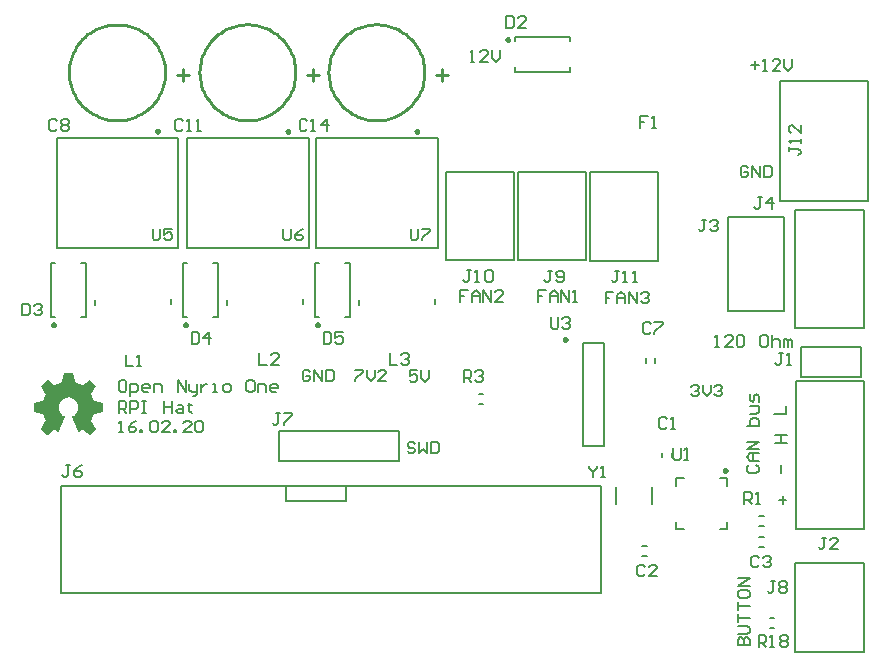
<source format=gto>
%FSTAX23Y23*%
%MOIN*%
%SFA1B1*%

%IPPOS*%
%ADD12C,0.007870*%
%ADD50C,0.010000*%
%ADD51C,0.009840*%
%ADD52C,0.005910*%
%LNrpiadapterpcb-1*%
%LPD*%
G36*
X0032Y01029D02*
X00321Y01028D01*
X00321Y01028*
X00326Y01*
X00326Y00999*
X00327Y00999*
X0035Y00989*
X00351Y00989*
X00352Y00989*
X00352Y00989*
X00375Y01005*
X00376Y01005*
X00377Y01005*
X00377Y01005*
X00397Y00985*
X00398Y00984*
X00397Y00983*
X00397Y00983*
X00381Y00959*
X00381Y00959*
X00381Y00958*
X00391Y00935*
X00391Y00934*
X00392Y00934*
X00392Y00934*
X0042Y00928*
X00421Y00928*
X00421Y00927*
X00421*
X00421Y00898*
X00421Y00897*
X0042Y00897*
Y00897*
X00392Y00892*
X00391Y00891*
X00391Y00891*
X00381Y00867*
X00381Y00867*
X00381Y00866*
X00381Y00866*
X00397Y00842*
X00398Y00842*
X00397Y0084*
X00397Y00841*
X00377Y0082*
X00376Y0082*
X00375Y0082*
X00375Y0082*
X00352Y00836*
X00351Y00837*
X0035Y00836*
X0034Y00832*
X00339Y00832*
X00338Y00832*
X00338Y00833*
X00318Y00881*
X00318Y00882*
X00318Y00883*
X00319Y00883*
X00319Y00883*
X00322Y00884*
X00328Y00889*
X00334Y00896*
X00337Y00904*
X00338Y00913*
X00337Y00921*
X00334Y00929*
X00328Y00936*
X00322Y00941*
X00314Y00945*
X00305Y00946*
X00296Y00945*
X00288Y00941*
X00282Y00936*
X00276Y00929*
X00273Y00921*
X00272Y00913*
X00273Y00904*
X00276Y00896*
X00282Y00889*
X00288Y00884*
X00291Y00883*
X00291Y00883*
X00292Y00883*
X00292Y00882*
X00292Y00881*
X00272Y00833*
X00272Y00832*
X00271Y00832*
X0027Y00832*
X0026Y00836*
X00259Y00837*
X00258Y00836*
X00258Y00836*
X00235Y0082*
X00234Y0082*
X00233Y0082*
X00233Y0082*
X00213Y0084*
X00212Y00842*
X00213Y00842*
X00213Y00842*
X00228Y00866*
X00229Y00867*
X00229Y00867*
X00219Y00891*
X00219Y00891*
X00218Y00892*
Y00892*
X0019Y00897*
X00189Y00897*
X00189Y00898*
X00189*
X00189Y00927*
X00189Y00928*
X0019Y00928*
X0019Y00928*
X00218Y00934*
X00219Y00934*
X00219Y00935*
X00229Y00958*
X00229Y00959*
X00228Y00959*
X00228Y00959*
X00213Y00983*
X00212Y00984*
X00213Y00985*
X00213Y00985*
X00233Y01005*
X00234Y01005*
X00235Y01005*
X00235Y01005*
X00258Y00989*
X00259Y00989*
X0026Y00989*
X00283Y00999*
X00284Y00999*
X00284Y01*
X00284Y01*
X00289Y01028*
X0029Y01029*
X00291Y01029*
Y01029*
X00319Y01029*
X0032Y01029*
G37*
G54D12*
X02945Y01015D02*
Y01115D01*
X02745Y01015D02*
X02945D01*
X02745D02*
Y01115D01*
X02945*
X01563Y01403D02*
Y01698D01*
Y01403D02*
X01791D01*
Y01698*
X01563D02*
X01791D01*
X01803Y01403D02*
Y01698D01*
Y01403D02*
X02031D01*
Y01698*
X01803D02*
X02031D01*
X02043Y01401D02*
Y01696D01*
Y01401D02*
X02271D01*
Y01696*
X02043D02*
X02271D01*
X0297Y016D02*
Y02D01*
X02675Y016D02*
Y02D01*
X0297*
X02675Y016D02*
X0297D01*
X01536Y01444D02*
Y0181D01*
X01131Y01444D02*
X01536D01*
X01131D02*
Y0181D01*
X01536*
X01106Y01444D02*
Y0181D01*
X00701Y01444D02*
X01106D01*
X00701D02*
Y0181D01*
X01106*
X00671Y01444D02*
Y0181D01*
X00266Y01444D02*
X00671D01*
X00266D02*
Y0181D01*
X00671*
X01127Y01214D02*
Y01395D01*
X01242Y01214D02*
Y01395D01*
X01127Y01214D02*
X01141D01*
X01127Y01395D02*
X01141D01*
X01228Y01214D02*
X01242D01*
X01228Y01395D02*
X01242D01*
X00687Y01214D02*
Y01395D01*
X00802Y01214D02*
Y01395D01*
X00687Y01214D02*
X00701D01*
X00687Y01395D02*
X00701D01*
X00788Y01214D02*
X00802D01*
X00788Y01395D02*
X00802D01*
X00247Y01214D02*
Y01395D01*
X00362Y01214D02*
Y01395D01*
X00247Y01214D02*
X00261D01*
X00247Y01395D02*
X00261D01*
X00348Y01214D02*
X00362D01*
X00348Y01395D02*
X00362D01*
X02729Y00509D02*
X02957D01*
X02729D02*
Y01001D01*
X02957*
Y00509D02*
Y01001D01*
X02956Y00098D02*
Y00393D01*
X02728D02*
X02956D01*
X02728Y00098D02*
Y00393D01*
Y00098D02*
X02956D01*
X01794Y02147D02*
X01975D01*
X01794Y02032D02*
X01975D01*
X01794Y02133D02*
Y02147D01*
X01975Y02133D02*
Y02147D01*
X01794Y02032D02*
Y02046D01*
X01975Y02032D02*
Y02046D01*
X00281Y00652D02*
X0208D01*
X00281Y00293D02*
X0208D01*
Y00652*
X00281Y00293D02*
Y00652D01*
X01031Y00601D02*
Y00648D01*
Y00601D02*
X01231D01*
Y00648*
X02608Y00519D02*
X02622D01*
X02608Y00551D02*
X02622D01*
X02284Y00747D02*
Y00762D01*
X02315Y00747D02*
Y00762D01*
X02725Y01176D02*
X02955D01*
Y01571*
X02725D02*
X02955D01*
X02725Y01176D02*
Y01571D01*
X00647Y01257D02*
Y01274D01*
X00392Y01255D02*
Y01272D01*
X01087Y01257D02*
Y01274D01*
X00832Y01255D02*
Y01272D01*
X01527Y01257D02*
Y01274D01*
X01272Y01255D02*
Y01272D01*
X02217Y0045D02*
X02232D01*
X02217Y00419D02*
X02232D01*
X02607Y00449D02*
X02622D01*
X02607Y0048D02*
X02622D01*
X0213Y00592D02*
Y00647D01*
X02249Y00592D02*
Y00647D01*
X0226Y01062D02*
Y01077D01*
X02229Y01062D02*
Y01077D01*
X02019Y00783D02*
X0209D01*
X02019Y01126D02*
X0209D01*
Y00783D02*
Y01126D01*
X02019Y00783D02*
Y01126D01*
X01673Y00956D02*
X01687D01*
X01673Y00924D02*
X01687D01*
X01005Y00835D02*
X01405D01*
X01005Y00735D02*
Y00835D01*
Y00735D02*
X01405D01*
Y00835*
X02643Y00211D02*
X02657D01*
X02643Y00179D02*
X02657D01*
X02689Y01233D02*
Y01546D01*
X02502D02*
X02689D01*
X02502Y01233D02*
Y01546D01*
Y01233D02*
X02689D01*
G54D50*
X01491Y0203D02*
D01*
X01491Y02041*
X0149Y02052*
X01488Y02063*
X01485Y02074*
X01482Y02085*
X01478Y02095*
X01473Y02105*
X01467Y02115*
X01461Y02124*
X01454Y02133*
X01447Y02141*
X01438Y02149*
X0143Y02156*
X01421Y02162*
X01411Y02168*
X01402Y02174*
X01391Y02178*
X01381Y02182*
X0137Y02185*
X01359Y02187*
X01348Y02189*
X01337Y0219*
X01326*
X01315Y02189*
X01304Y02187*
X01293Y02185*
X01282Y02182*
X01271Y02178*
X01261Y02174*
X01251Y02168*
X01242Y02162*
X01233Y02156*
X01224Y02149*
X01216Y02141*
X01209Y02133*
X01202Y02124*
X01196Y02115*
X0119Y02105*
X01185Y02095*
X01181Y02085*
X01178Y02074*
X01175Y02063*
X01173Y02052*
X01172Y02041*
X01171Y0203*
X01172Y02019*
X01173Y02008*
X01175Y01997*
X01178Y01986*
X01181Y01975*
X01185Y01965*
X0119Y01955*
X01196Y01945*
X01202Y01936*
X01209Y01927*
X01216Y01919*
X01224Y01911*
X01233Y01904*
X01242Y01897*
X01251Y01891*
X01261Y01886*
X01271Y01881*
X01282Y01878*
X01293Y01875*
X01304Y01872*
X01315Y01871*
X01326Y0187*
X01337*
X01348Y01871*
X01359Y01872*
X0137Y01875*
X01381Y01878*
X01391Y01881*
X01402Y01886*
X01411Y01891*
X01421Y01897*
X0143Y01904*
X01438Y01911*
X01447Y01919*
X01454Y01927*
X01461Y01936*
X01467Y01945*
X01473Y01955*
X01478Y01965*
X01482Y01975*
X01485Y01986*
X01488Y01997*
X0149Y02008*
X01491Y02019*
X01491Y0203*
X01061D02*
D01*
X01061Y02041*
X0106Y02052*
X01058Y02063*
X01055Y02074*
X01052Y02085*
X01048Y02095*
X01043Y02105*
X01037Y02115*
X01031Y02124*
X01024Y02133*
X01017Y02141*
X01008Y02149*
X01Y02156*
X00991Y02162*
X00981Y02168*
X00972Y02174*
X00961Y02178*
X00951Y02182*
X0094Y02185*
X00929Y02187*
X00918Y02189*
X00907Y0219*
X00896*
X00885Y02189*
X00874Y02187*
X00863Y02185*
X00852Y02182*
X00841Y02178*
X00831Y02174*
X00821Y02168*
X00812Y02162*
X00803Y02156*
X00794Y02149*
X00786Y02141*
X00779Y02133*
X00772Y02124*
X00766Y02115*
X0076Y02105*
X00755Y02095*
X00751Y02085*
X00748Y02074*
X00745Y02063*
X00743Y02052*
X00742Y02041*
X00741Y0203*
X00742Y02019*
X00743Y02008*
X00745Y01997*
X00748Y01986*
X00751Y01975*
X00755Y01965*
X0076Y01955*
X00766Y01945*
X00772Y01936*
X00779Y01927*
X00786Y01919*
X00794Y01911*
X00803Y01904*
X00812Y01897*
X00821Y01891*
X00831Y01886*
X00841Y01881*
X00852Y01878*
X00863Y01875*
X00874Y01872*
X00885Y01871*
X00896Y0187*
X00907*
X00918Y01871*
X00929Y01872*
X0094Y01875*
X00951Y01878*
X00961Y01881*
X00972Y01886*
X00981Y01891*
X00991Y01897*
X01Y01904*
X01008Y01911*
X01017Y01919*
X01024Y01927*
X01031Y01936*
X01037Y01945*
X01043Y01955*
X01048Y01965*
X01052Y01975*
X01055Y01986*
X01058Y01997*
X0106Y02008*
X01061Y02019*
X01061Y0203*
X01471Y01834D02*
D01*
X01471Y01834*
X01471Y01835*
X01471Y01835*
X01471Y01835*
X01471Y01836*
X01471Y01836*
X01471Y01836*
X01471Y01837*
X0147Y01837*
X0147Y01837*
X0147Y01837*
X0147Y01838*
X01469Y01838*
X01469Y01838*
X01469Y01838*
X01469Y01838*
X01468Y01839*
X01468Y01839*
X01468Y01839*
X01467Y01839*
X01467Y01839*
X01467Y01839*
X01466*
X01466Y01839*
X01465Y01839*
X01465Y01839*
X01465Y01839*
X01464Y01839*
X01464Y01838*
X01464Y01838*
X01464Y01838*
X01463Y01838*
X01463Y01838*
X01463Y01837*
X01463Y01837*
X01462Y01837*
X01462Y01837*
X01462Y01836*
X01462Y01836*
X01462Y01836*
X01462Y01835*
X01461Y01835*
X01461Y01835*
X01461Y01834*
X01461Y01834*
X01461Y01834*
X01461Y01833*
X01461Y01833*
X01462Y01833*
X01462Y01832*
X01462Y01832*
X01462Y01832*
X01462Y01831*
X01462Y01831*
X01463Y01831*
X01463Y0183*
X01463Y0183*
X01463Y0183*
X01464Y0183*
X01464Y0183*
X01464Y01829*
X01464Y01829*
X01465Y01829*
X01465Y01829*
X01465Y01829*
X01466Y01829*
X01466Y01829*
X01467*
X01467Y01829*
X01467Y01829*
X01468Y01829*
X01468Y01829*
X01468Y01829*
X01469Y01829*
X01469Y0183*
X01469Y0183*
X01469Y0183*
X0147Y0183*
X0147Y0183*
X0147Y01831*
X0147Y01831*
X01471Y01831*
X01471Y01832*
X01471Y01832*
X01471Y01832*
X01471Y01833*
X01471Y01833*
X01471Y01833*
X01471Y01834*
X01471Y01834*
X01041D02*
D01*
X01041Y01834*
X01041Y01835*
X01041Y01835*
X01041Y01835*
X01041Y01836*
X01041Y01836*
X01041Y01836*
X01041Y01837*
X0104Y01837*
X0104Y01837*
X0104Y01837*
X0104Y01838*
X01039Y01838*
X01039Y01838*
X01039Y01838*
X01039Y01838*
X01038Y01839*
X01038Y01839*
X01038Y01839*
X01037Y01839*
X01037Y01839*
X01037Y01839*
X01036*
X01036Y01839*
X01035Y01839*
X01035Y01839*
X01035Y01839*
X01034Y01839*
X01034Y01838*
X01034Y01838*
X01034Y01838*
X01033Y01838*
X01033Y01838*
X01033Y01837*
X01033Y01837*
X01032Y01837*
X01032Y01837*
X01032Y01836*
X01032Y01836*
X01032Y01836*
X01032Y01835*
X01031Y01835*
X01031Y01835*
X01031Y01834*
X01031Y01834*
X01031Y01834*
X01031Y01833*
X01031Y01833*
X01032Y01833*
X01032Y01832*
X01032Y01832*
X01032Y01832*
X01032Y01831*
X01032Y01831*
X01033Y01831*
X01033Y0183*
X01033Y0183*
X01033Y0183*
X01034Y0183*
X01034Y0183*
X01034Y01829*
X01034Y01829*
X01035Y01829*
X01035Y01829*
X01035Y01829*
X01036Y01829*
X01036Y01829*
X01037*
X01037Y01829*
X01037Y01829*
X01038Y01829*
X01038Y01829*
X01038Y01829*
X01039Y01829*
X01039Y0183*
X01039Y0183*
X01039Y0183*
X0104Y0183*
X0104Y0183*
X0104Y01831*
X0104Y01831*
X01041Y01831*
X01041Y01832*
X01041Y01832*
X01041Y01832*
X01041Y01833*
X01041Y01833*
X01041Y01833*
X01041Y01834*
X01041Y01834*
X00606D02*
D01*
X00606Y01834*
X00606Y01835*
X00606Y01835*
X00606Y01835*
X00606Y01836*
X00606Y01836*
X00606Y01836*
X00606Y01837*
X00605Y01837*
X00605Y01837*
X00605Y01837*
X00605Y01838*
X00604Y01838*
X00604Y01838*
X00604Y01838*
X00604Y01838*
X00603Y01839*
X00603Y01839*
X00603Y01839*
X00602Y01839*
X00602Y01839*
X00602Y01839*
X00601*
X00601Y01839*
X006Y01839*
X006Y01839*
X006Y01839*
X00599Y01839*
X00599Y01838*
X00599Y01838*
X00599Y01838*
X00598Y01838*
X00598Y01838*
X00598Y01837*
X00598Y01837*
X00597Y01837*
X00597Y01837*
X00597Y01836*
X00597Y01836*
X00597Y01836*
X00597Y01835*
X00596Y01835*
X00596Y01835*
X00596Y01834*
X00596Y01834*
X00596Y01834*
X00596Y01833*
X00596Y01833*
X00597Y01833*
X00597Y01832*
X00597Y01832*
X00597Y01832*
X00597Y01831*
X00597Y01831*
X00598Y01831*
X00598Y0183*
X00598Y0183*
X00598Y0183*
X00599Y0183*
X00599Y0183*
X00599Y01829*
X00599Y01829*
X006Y01829*
X006Y01829*
X006Y01829*
X00601Y01829*
X00601Y01829*
X00602*
X00602Y01829*
X00602Y01829*
X00603Y01829*
X00603Y01829*
X00603Y01829*
X00604Y01829*
X00604Y0183*
X00604Y0183*
X00604Y0183*
X00605Y0183*
X00605Y0183*
X00605Y01831*
X00605Y01831*
X00606Y01831*
X00606Y01832*
X00606Y01832*
X00606Y01832*
X00606Y01833*
X00606Y01833*
X00606Y01833*
X00606Y01834*
X00606Y01834*
X00626Y0203D02*
D01*
X00626Y02041*
X00625Y02052*
X00623Y02063*
X0062Y02074*
X00617Y02084*
X00613Y02095*
X00608Y02105*
X00602Y02114*
X00596Y02124*
X00589Y02132*
X00582Y02141*
X00573Y02148*
X00565Y02156*
X00556Y02162*
X00546Y02168*
X00537Y02173*
X00526Y02178*
X00516Y02182*
X00505Y02185*
X00494Y02187*
X00483Y02189*
X00472Y02189*
X00461*
X0045Y02189*
X00439Y02187*
X00428Y02185*
X00417Y02182*
X00406Y02178*
X00396Y02173*
X00386Y02168*
X00377Y02162*
X00368Y02156*
X00359Y02148*
X00351Y02141*
X00344Y02132*
X00337Y02124*
X00331Y02114*
X00325Y02105*
X0032Y02095*
X00316Y02084*
X00313Y02074*
X0031Y02063*
X00308Y02052*
X00307Y02041*
X00306Y0203*
X00307Y02018*
X00308Y02007*
X0031Y01996*
X00313Y01985*
X00316Y01975*
X0032Y01964*
X00325Y01954*
X00331Y01945*
X00337Y01935*
X00344Y01927*
X00351Y01918*
X00359Y01911*
X00368Y01903*
X00377Y01897*
X00386Y01891*
X00396Y01886*
X00406Y01881*
X00417Y01877*
X00428Y01874*
X00439Y01872*
X0045Y0187*
X00461Y0187*
X00472*
X00483Y0187*
X00494Y01872*
X00505Y01874*
X00516Y01877*
X00526Y01881*
X00537Y01886*
X00546Y01891*
X00556Y01897*
X00565Y01903*
X00573Y01911*
X00582Y01918*
X00589Y01927*
X00596Y01935*
X00602Y01945*
X00608Y01954*
X00613Y01964*
X00617Y01975*
X0062Y01985*
X00623Y01996*
X00625Y02007*
X00626Y02018*
X00626Y0203*
X01571Y0202D02*
X01531D01*
X01551Y02D02*
Y0204D01*
X01141Y0202D02*
X01101D01*
X01121Y02D02*
Y0204D01*
X00706Y0202D02*
X00666D01*
X00686Y02D02*
Y0204D01*
G54D51*
X02499Y00702D02*
D01*
X02499Y00702*
X02499Y00703*
X02499Y00703*
X02499Y00703*
X02498Y00704*
X02498Y00704*
X02498Y00704*
X02498Y00705*
X02498Y00705*
X02498Y00705*
X02497Y00706*
X02497Y00706*
X02497Y00706*
X02497Y00706*
X02496Y00706*
X02496Y00707*
X02496Y00707*
X02495Y00707*
X02495Y00707*
X02495Y00707*
X02494Y00707*
X02494Y00707*
X02494*
X02493Y00707*
X02493Y00707*
X02493Y00707*
X02492Y00707*
X02492Y00707*
X02492Y00707*
X02491Y00706*
X02491Y00706*
X02491Y00706*
X02491Y00706*
X0249Y00706*
X0249Y00705*
X0249Y00705*
X0249Y00705*
X0249Y00704*
X02489Y00704*
X02489Y00704*
X02489Y00703*
X02489Y00703*
X02489Y00703*
X02489Y00702*
X02489Y00702*
X02489Y00702*
X02489Y00701*
X02489Y00701*
X02489Y00701*
X02489Y007*
X02489Y007*
X0249Y007*
X0249Y00699*
X0249Y00699*
X0249Y00699*
X0249Y00699*
X02491Y00698*
X02491Y00698*
X02491Y00698*
X02491Y00698*
X02492Y00698*
X02492Y00698*
X02492Y00697*
X02493Y00697*
X02493Y00697*
X02493Y00697*
X02494Y00697*
X02494*
X02494Y00697*
X02495Y00697*
X02495Y00697*
X02495Y00697*
X02496Y00698*
X02496Y00698*
X02496Y00698*
X02497Y00698*
X02497Y00698*
X02497Y00698*
X02497Y00699*
X02498Y00699*
X02498Y00699*
X02498Y00699*
X02498Y007*
X02498Y007*
X02498Y007*
X02499Y00701*
X02499Y00701*
X02499Y00701*
X02499Y00702*
X02499Y00702*
X0114Y01188D02*
D01*
X0114Y01189*
X0114Y01189*
X0114Y01189*
X0114Y0119*
X0114Y0119*
X0114Y0119*
X0114Y01191*
X01139Y01191*
X01139Y01191*
X01139Y01192*
X01139Y01192*
X01139Y01192*
X01138Y01192*
X01138Y01192*
X01138Y01193*
X01137Y01193*
X01137Y01193*
X01137Y01193*
X01136Y01193*
X01136Y01193*
X01136Y01193*
X01135Y01193*
X01135*
X01135Y01193*
X01134Y01193*
X01134Y01193*
X01134Y01193*
X01133Y01193*
X01133Y01193*
X01133Y01193*
X01133Y01192*
X01132Y01192*
X01132Y01192*
X01132Y01192*
X01132Y01192*
X01131Y01191*
X01131Y01191*
X01131Y01191*
X01131Y0119*
X01131Y0119*
X01131Y0119*
X0113Y01189*
X0113Y01189*
X0113Y01189*
X0113Y01188*
X0113Y01188*
X0113Y01188*
X0113Y01187*
X01131Y01187*
X01131Y01187*
X01131Y01186*
X01131Y01186*
X01131Y01186*
X01131Y01185*
X01132Y01185*
X01132Y01185*
X01132Y01185*
X01132Y01184*
X01133Y01184*
X01133Y01184*
X01133Y01184*
X01133Y01184*
X01134Y01184*
X01134Y01184*
X01134Y01184*
X01135Y01183*
X01135Y01183*
X01135*
X01136Y01183*
X01136Y01184*
X01136Y01184*
X01137Y01184*
X01137Y01184*
X01137Y01184*
X01138Y01184*
X01138Y01184*
X01138Y01184*
X01139Y01185*
X01139Y01185*
X01139Y01185*
X01139Y01185*
X01139Y01186*
X0114Y01186*
X0114Y01186*
X0114Y01187*
X0114Y01187*
X0114Y01187*
X0114Y01188*
X0114Y01188*
X0114Y01188*
X007D02*
D01*
X007Y01189*
X007Y01189*
X007Y01189*
X007Y0119*
X007Y0119*
X007Y0119*
X007Y01191*
X00699Y01191*
X00699Y01191*
X00699Y01192*
X00699Y01192*
X00699Y01192*
X00698Y01192*
X00698Y01192*
X00698Y01193*
X00697Y01193*
X00697Y01193*
X00697Y01193*
X00696Y01193*
X00696Y01193*
X00696Y01193*
X00695Y01193*
X00695*
X00695Y01193*
X00694Y01193*
X00694Y01193*
X00694Y01193*
X00693Y01193*
X00693Y01193*
X00693Y01193*
X00693Y01192*
X00692Y01192*
X00692Y01192*
X00692Y01192*
X00692Y01192*
X00691Y01191*
X00691Y01191*
X00691Y01191*
X00691Y0119*
X00691Y0119*
X00691Y0119*
X0069Y01189*
X0069Y01189*
X0069Y01189*
X0069Y01188*
X0069Y01188*
X0069Y01188*
X0069Y01187*
X00691Y01187*
X00691Y01187*
X00691Y01186*
X00691Y01186*
X00691Y01186*
X00691Y01185*
X00692Y01185*
X00692Y01185*
X00692Y01185*
X00692Y01184*
X00693Y01184*
X00693Y01184*
X00693Y01184*
X00693Y01184*
X00694Y01184*
X00694Y01184*
X00694Y01184*
X00695Y01183*
X00695Y01183*
X00695*
X00696Y01183*
X00696Y01184*
X00696Y01184*
X00697Y01184*
X00697Y01184*
X00697Y01184*
X00698Y01184*
X00698Y01184*
X00698Y01184*
X00699Y01185*
X00699Y01185*
X00699Y01185*
X00699Y01185*
X00699Y01186*
X007Y01186*
X007Y01186*
X007Y01187*
X007Y01187*
X007Y01187*
X007Y01188*
X007Y01188*
X007Y01188*
X0026D02*
D01*
X0026Y01189*
X0026Y01189*
X0026Y01189*
X0026Y0119*
X0026Y0119*
X0026Y0119*
X0026Y01191*
X00259Y01191*
X00259Y01191*
X00259Y01192*
X00259Y01192*
X00259Y01192*
X00258Y01192*
X00258Y01192*
X00258Y01193*
X00257Y01193*
X00257Y01193*
X00257Y01193*
X00256Y01193*
X00256Y01193*
X00256Y01193*
X00255Y01193*
X00255*
X00255Y01193*
X00254Y01193*
X00254Y01193*
X00254Y01193*
X00253Y01193*
X00253Y01193*
X00253Y01193*
X00253Y01192*
X00252Y01192*
X00252Y01192*
X00252Y01192*
X00252Y01192*
X00251Y01191*
X00251Y01191*
X00251Y01191*
X00251Y0119*
X00251Y0119*
X00251Y0119*
X0025Y01189*
X0025Y01189*
X0025Y01189*
X0025Y01188*
X0025Y01188*
X0025Y01188*
X0025Y01187*
X00251Y01187*
X00251Y01187*
X00251Y01186*
X00251Y01186*
X00251Y01186*
X00251Y01185*
X00252Y01185*
X00252Y01185*
X00252Y01185*
X00252Y01184*
X00253Y01184*
X00253Y01184*
X00253Y01184*
X00253Y01184*
X00254Y01184*
X00254Y01184*
X00254Y01184*
X00255Y01183*
X00255Y01183*
X00255*
X00256Y01183*
X00256Y01184*
X00256Y01184*
X00257Y01184*
X00257Y01184*
X00257Y01184*
X00258Y01184*
X00258Y01184*
X00258Y01184*
X00259Y01185*
X00259Y01185*
X00259Y01185*
X00259Y01185*
X00259Y01186*
X0026Y01186*
X0026Y01186*
X0026Y01187*
X0026Y01187*
X0026Y01187*
X0026Y01188*
X0026Y01188*
X0026Y01188*
X01773Y02139D02*
D01*
X01773Y02139*
X01773Y02139*
X01773Y0214*
X01773Y0214*
X01773Y0214*
X01773Y02141*
X01773Y02141*
X01773Y02141*
X01772Y02142*
X01772Y02142*
X01772Y02142*
X01772Y02142*
X01771Y02143*
X01771Y02143*
X01771Y02143*
X01771Y02143*
X0177Y02143*
X0177Y02143*
X0177Y02143*
X01769Y02144*
X01769Y02144*
X01769Y02144*
X01768*
X01768Y02144*
X01768Y02144*
X01767Y02143*
X01767Y02143*
X01767Y02143*
X01766Y02143*
X01766Y02143*
X01766Y02143*
X01765Y02143*
X01765Y02142*
X01765Y02142*
X01765Y02142*
X01764Y02142*
X01764Y02141*
X01764Y02141*
X01764Y02141*
X01764Y0214*
X01764Y0214*
X01764Y0214*
X01763Y02139*
X01763Y02139*
X01763Y02139*
X01763Y02138*
X01763Y02138*
X01764Y02138*
X01764Y02137*
X01764Y02137*
X01764Y02137*
X01764Y02136*
X01764Y02136*
X01764Y02136*
X01765Y02136*
X01765Y02135*
X01765Y02135*
X01765Y02135*
X01766Y02135*
X01766Y02134*
X01766Y02134*
X01767Y02134*
X01767Y02134*
X01767Y02134*
X01768Y02134*
X01768Y02134*
X01768Y02134*
X01769*
X01769Y02134*
X01769Y02134*
X0177Y02134*
X0177Y02134*
X0177Y02134*
X01771Y02134*
X01771Y02134*
X01771Y02135*
X01771Y02135*
X01772Y02135*
X01772Y02135*
X01772Y02136*
X01772Y02136*
X01773Y02136*
X01773Y02136*
X01773Y02137*
X01773Y02137*
X01773Y02137*
X01773Y02138*
X01773Y02138*
X01773Y02138*
X01773Y02139*
X01965Y01138D02*
D01*
X01965Y01138*
X01965Y01139*
X01965Y01139*
X01965Y01139*
X01965Y0114*
X01965Y0114*
X01964Y0114*
X01964Y01141*
X01964Y01141*
X01964Y01141*
X01964Y01141*
X01963Y01142*
X01963Y01142*
X01963Y01142*
X01962Y01142*
X01962Y01142*
X01962Y01143*
X01962Y01143*
X01961Y01143*
X01961Y01143*
X01961Y01143*
X0196Y01143*
X0196*
X01959Y01143*
X01959Y01143*
X01959Y01143*
X01958Y01143*
X01958Y01143*
X01958Y01142*
X01958Y01142*
X01957Y01142*
X01957Y01142*
X01957Y01142*
X01956Y01141*
X01956Y01141*
X01956Y01141*
X01956Y01141*
X01956Y0114*
X01956Y0114*
X01955Y0114*
X01955Y01139*
X01955Y01139*
X01955Y01139*
X01955Y01138*
X01955Y01138*
X01955Y01138*
X01955Y01137*
X01955Y01137*
X01955Y01137*
X01955Y01136*
X01956Y01136*
X01956Y01136*
X01956Y01135*
X01956Y01135*
X01956Y01135*
X01956Y01135*
X01957Y01134*
X01957Y01134*
X01957Y01134*
X01958Y01134*
X01958Y01134*
X01958Y01133*
X01958Y01133*
X01959Y01133*
X01959Y01133*
X01959Y01133*
X0196Y01133*
X0196*
X01961Y01133*
X01961Y01133*
X01961Y01133*
X01962Y01133*
X01962Y01133*
X01962Y01134*
X01962Y01134*
X01963Y01134*
X01963Y01134*
X01963Y01134*
X01964Y01135*
X01964Y01135*
X01964Y01135*
X01964Y01135*
X01964Y01136*
X01965Y01136*
X01965Y01136*
X01965Y01137*
X01965Y01137*
X01965Y01137*
X01965Y01138*
X01965Y01138*
G54D52*
X0233Y00652D02*
Y00677D01*
X02355*
X0233Y00507D02*
Y00532D01*
Y00507D02*
X02355D01*
X02475D02*
X025D01*
Y00532*
Y00652D02*
Y00677D01*
X02475D02*
X025D01*
X01647Y01371D02*
X01633D01*
X0164*
Y01338*
X01633Y01331*
X01627*
X0162Y01338*
X0166Y01331D02*
X01673D01*
X01666*
Y01371*
X0166Y01364*
X01692D02*
X01699Y01371D01*
X01712*
X01719Y01364*
Y01338*
X01712Y01331*
X01699*
X01692Y01338*
Y01364*
X01011Y00894D02*
X00998D01*
X01004*
Y00861*
X00998Y00855*
X00991*
X00985Y00861*
X01024Y00894D02*
X0105D01*
Y00887*
X01024Y00861*
Y00855*
X0204Y00719D02*
Y00712D01*
X02053Y00699*
X02066Y00712*
Y00719*
X02053Y00699D02*
Y0068D01*
X02079D02*
X02092D01*
X02085*
Y00719*
X02079Y00712*
X01445Y01509D02*
Y01476D01*
X01451Y0147*
X01464*
X01471Y01476*
Y01509*
X01484D02*
X0151D01*
Y01502*
X01484Y01476*
Y0147*
X0102Y01509D02*
Y01476D01*
X01026Y0147*
X01039*
X01046Y01476*
Y01509*
X01085D02*
X01072Y01502D01*
X01059Y01489*
Y01476*
X01065Y0147*
X01079*
X01085Y01476*
Y01483*
X01079Y01489*
X01059*
X00585Y01509D02*
Y01476D01*
X00591Y0147*
X00604*
X00611Y01476*
Y01509*
X0065D02*
X00624D01*
Y01489*
X00637Y01496*
X00644*
X0065Y01489*
Y01476*
X00644Y0147*
X0063*
X00624Y01476*
X01912Y01213D02*
Y01181D01*
X01919Y01174*
X01932*
X01938Y01181*
Y01213*
X01951Y01207D02*
X01958Y01213D01*
X01971*
X01978Y01207*
Y012*
X01971Y01194*
X01964*
X01971*
X01978Y01187*
Y01181*
X01971Y01174*
X01958*
X01951Y01181*
X02319Y00777D02*
Y00745D01*
X02326Y00738*
X02339*
X02345Y00745*
Y00777*
X02358Y00738D02*
X02371D01*
X02365*
Y00777*
X02358Y00771*
X02605Y00115D02*
Y00154D01*
X02624*
X02631Y00147*
Y00134*
X02624Y00128*
X02605*
X02618D02*
X02631Y00115D01*
X02644D02*
X02657D01*
X0265*
Y00154*
X02644Y00147*
X02677D02*
X02683Y00154D01*
X02696*
X02703Y00147*
Y00141*
X02696Y00134*
X02703Y00128*
Y00121*
X02696Y00115*
X02683*
X02677Y00121*
Y00128*
X02683Y00134*
X02677Y00141*
Y00147*
X02683Y00134D02*
X02696D01*
X01622Y00997D02*
Y01036D01*
X01642*
X01648Y0103*
Y01017*
X01642Y0101*
X01622*
X01635D02*
X01648Y00997D01*
X01661Y0103D02*
X01668Y01036D01*
X01681*
X01688Y0103*
Y01023*
X01681Y01017*
X01674*
X01681*
X01688Y0101*
Y01004*
X01681Y00997*
X01668*
X01661Y01004*
X02558Y00592D02*
Y00631D01*
X02577*
X02584Y00624*
Y00611*
X02577Y00605*
X02558*
X02571D02*
X02584Y00592D01*
X02597D02*
X0261D01*
X02603*
Y00631*
X02597Y00624*
X01375Y01094D02*
Y01055D01*
X01401*
X01414Y01087D02*
X0142Y01094D01*
X01434*
X0144Y01087*
Y01081*
X01434Y01074*
X01427*
X01434*
X0144Y01068*
Y01061*
X01434Y01055*
X0142*
X01414Y01061*
X0094Y01094D02*
Y01055D01*
X00966*
X01005D02*
X00979D01*
X01005Y01081*
Y01088*
X00999Y01094*
X00986*
X00979Y01088*
X00495Y01089D02*
Y0105D01*
X00521*
X00534D02*
X00547D01*
X0054*
Y01089*
X00534Y01082*
X02705Y01781D02*
Y01768D01*
Y01774*
X02738*
X02745Y01768*
Y01761*
X02738Y01755*
X02745Y01794D02*
Y01807D01*
Y018*
X02705*
X02712Y01794*
X02745Y01853D02*
Y01827D01*
X02718Y01853*
X02712*
X02705Y01846*
Y01833*
X02712Y01827*
X02661Y00334D02*
X02648D01*
X02654*
Y00301*
X02648Y00295*
X02641*
X02635Y00301*
X02674Y00327D02*
X0268Y00334D01*
X02694*
X027Y00327*
Y00321*
X02694Y00314*
X027Y00308*
Y00301*
X02694Y00295*
X0268*
X02674Y00301*
Y00308*
X0268Y00314*
X02674Y00321*
Y00327*
X0268Y00314D02*
X02694D01*
X00309Y0072D02*
X00296D01*
X00303*
Y00688*
X00296Y00681*
X0029*
X00283Y00688*
X00349Y0072D02*
X00335Y00714D01*
X00322Y00701*
Y00688*
X00329Y00681*
X00342*
X00349Y00688*
Y00694*
X00342Y00701*
X00322*
X02141Y01369D02*
X02128D01*
X02134*
Y01336*
X02128Y0133*
X02121*
X02115Y01336*
X02154Y0133D02*
X02167D01*
X0216*
Y01369*
X02154Y01362*
X02187Y0133D02*
X022D01*
X02193*
Y01369*
X02187Y01362*
X01916Y01369D02*
X01903D01*
X01909*
Y01336*
X01903Y0133*
X01896*
X0189Y01336*
X01929D02*
X01935Y0133D01*
X01949*
X01955Y01336*
Y01362*
X01949Y01369*
X01935*
X01929Y01362*
Y01356*
X01935Y01349*
X01955*
X02616Y01614D02*
X02603D01*
X02609*
Y01581*
X02603Y01575*
X02596*
X0259Y01581*
X02649Y01575D02*
Y01614D01*
X02629Y01594*
X02655*
X02431Y01539D02*
X02418D01*
X02424*
Y01506*
X02418Y015*
X02411*
X02405Y01506*
X02444Y01532D02*
X0245Y01539D01*
X02464*
X0247Y01532*
Y01526*
X02464Y01519*
X02457*
X02464*
X0247Y01513*
Y01506*
X02464Y015*
X0245*
X02444Y01506*
X02831Y00479D02*
X02818D01*
X02824*
Y00446*
X02818Y0044*
X02811*
X02805Y00446*
X0287Y0044D02*
X02844D01*
X0287Y00466*
Y00472*
X02864Y00479*
X0285*
X02844Y00472*
X02686Y01094D02*
X02673D01*
X02679*
Y01061*
X02673Y01055*
X02666*
X0266Y01061*
X02699Y01055D02*
X02712D01*
X02705*
Y01094*
X02699Y01087*
X01111Y01032D02*
X01104Y01039D01*
X01091*
X01085Y01032*
Y01006*
X01091Y01*
X01104*
X01111Y01006*
Y01019*
X01098*
X01124Y01D02*
Y01039D01*
X0115Y01*
Y01039*
X01163D02*
Y01D01*
X01183*
X01189Y01006*
Y01032*
X01183Y01039*
X01163*
X02236Y01884D02*
X0221D01*
Y01864*
X02223*
X0221*
Y01845*
X02249D02*
X02262D01*
X02255*
Y01884*
X02249Y01877*
X01155Y01164D02*
Y01125D01*
X01174*
X01181Y01131*
Y01157*
X01174Y01164*
X01155*
X0122D02*
X01194D01*
Y01144*
X01207Y01151*
X01214*
X0122Y01144*
Y01131*
X01214Y01125*
X012*
X01194Y01131*
X00715Y01164D02*
Y01125D01*
X00734*
X00741Y01131*
Y01157*
X00734Y01164*
X00715*
X00774Y01125D02*
Y01164D01*
X00754Y01144*
X0078*
X0015Y01259D02*
Y0122D01*
X00169*
X00176Y01226*
Y01252*
X00169Y01259*
X0015*
X00189Y01252D02*
X00195Y01259D01*
X00209*
X00215Y01252*
Y01246*
X00209Y01239*
X00202*
X00209*
X00215Y01233*
Y01226*
X00209Y0122*
X00195*
X00189Y01226*
X01764Y02217D02*
Y02178D01*
X01784*
X0179Y02185*
Y02211*
X01784Y02217*
X01764*
X0183Y02178D02*
X01803D01*
X0183Y02204*
Y02211*
X01823Y02217*
X0181*
X01803Y02211*
X01101Y01867D02*
X01094Y01874D01*
X01081*
X01075Y01867*
Y01841*
X01081Y01835*
X01094*
X01101Y01841*
X01114Y01835D02*
X01127D01*
X0112*
Y01874*
X01114Y01867*
X01166Y01835D02*
Y01874D01*
X01147Y01854*
X01173*
X00686Y01867D02*
X00679Y01874D01*
X00666*
X0066Y01867*
Y01841*
X00666Y01835*
X00679*
X00686Y01841*
X00699Y01835D02*
X00712D01*
X00705*
Y01874*
X00699Y01867*
X00732Y01835D02*
X00745D01*
X00738*
Y01874*
X00732Y01867*
X00266D02*
X00259Y01874D01*
X00246*
X0024Y01867*
Y01841*
X00246Y01835*
X00259*
X00266Y01841*
X00279Y01867D02*
X00285Y01874D01*
X00299*
X00305Y01867*
Y01861*
X00299Y01854*
X00305Y01848*
Y01841*
X00299Y01835*
X00285*
X00279Y01841*
Y01848*
X00285Y01854*
X00279Y01861*
Y01867*
X00285Y01854D02*
X00299D01*
X02245Y0119D02*
X02239Y01197D01*
X02226*
X02219Y0119*
Y01164*
X02226Y01157*
X02239*
X02245Y01164*
X02258Y01197D02*
X02285D01*
Y0119*
X02258Y01164*
Y01157*
X02226Y00382D02*
X02219Y00389D01*
X02206*
X022Y00382*
Y00356*
X02206Y0035*
X02219*
X02226Y00356*
X02265Y0035D02*
X02239D01*
X02265Y00376*
Y00382*
X02259Y00389*
X02245*
X02239Y00382*
X023Y00875D02*
X02294Y00881D01*
X02281*
X02274Y00875*
Y00849*
X02281Y00842*
X02294*
X023Y00849*
X02313Y00842D02*
X02326D01*
X0232*
Y00881*
X02313Y00875*
X02606Y00412D02*
X026Y00419D01*
X02586*
X0258Y00412*
Y00386*
X02586Y0038*
X026*
X02606Y00386*
X02619Y00412D02*
X02626Y00419D01*
X02639*
X02646Y00412*
Y00406*
X02639Y00399*
X02632*
X02639*
X02646Y00393*
Y00386*
X02639Y0038*
X02626*
X02619Y00386*
X01645Y02065D02*
X01658D01*
X01651*
Y02104*
X01645Y02097*
X01704Y02065D02*
X01677D01*
X01704Y02091*
Y02097*
X01697Y02104*
X01684*
X01677Y02097*
X01717Y02104D02*
Y02078D01*
X0173Y02065*
X01743Y02078*
Y02104*
X0126Y01039D02*
X01286D01*
Y01032*
X0126Y01006*
Y01*
X01299Y01039D02*
Y01013D01*
X01312Y01*
X01325Y01013*
Y01039*
X01364Y01D02*
X01338D01*
X01364Y01026*
Y01032*
X01358Y01039*
X01345*
X01338Y01032*
X01468Y01038D02*
X01442D01*
Y01018*
X01455Y01025*
X01461*
X01468Y01018*
Y01005*
X01461Y00999*
X01448*
X01442Y01005*
X01481Y01038D02*
Y01012D01*
X01494Y00999*
X01507Y01012*
Y01038*
X0238Y00982D02*
X02386Y00989D01*
X02399*
X02406Y00982*
Y00976*
X02399Y00969*
X02393*
X02399*
X02406Y00963*
Y00956*
X02399Y0095*
X02386*
X0238Y00956*
X02419Y00989D02*
Y00963D01*
X02432Y0095*
X02445Y00963*
Y00989*
X02458Y00982D02*
X02465Y00989D01*
X02478*
X02484Y00982*
Y00976*
X02478Y00969*
X02471*
X02478*
X02484Y00963*
Y00956*
X02478Y0095*
X02465*
X02458Y00956*
X01461Y00792D02*
X01454Y00799D01*
X01441*
X01435Y00792*
Y00786*
X01441Y00779*
X01454*
X01461Y00773*
Y00766*
X01454Y0076*
X01441*
X01435Y00766*
X01474Y00799D02*
Y0076D01*
X01487Y00773*
X015Y0076*
Y00799*
X01513D02*
Y0076D01*
X01533*
X01539Y00766*
Y00792*
X01533Y00799*
X01513*
X01896Y01304D02*
X0187D01*
Y01284*
X01883*
X0187*
Y01265*
X01909D02*
Y01291D01*
X01922Y01304*
X01935Y01291*
Y01265*
Y01284*
X01909*
X01948Y01265D02*
Y01304D01*
X01974Y01265*
Y01304*
X01988Y01265D02*
X02001D01*
X01994*
Y01304*
X01988Y01297*
X01636Y01304D02*
X0161D01*
Y01284*
X01623*
X0161*
Y01265*
X01649D02*
Y01291D01*
X01662Y01304*
X01675Y01291*
Y01265*
Y01284*
X01649*
X01688Y01265D02*
Y01304D01*
X01714Y01265*
Y01304*
X01754Y01265D02*
X01728D01*
X01754Y01291*
Y01297*
X01747Y01304*
X01734*
X01728Y01297*
X02121Y01299D02*
X02095D01*
Y01279*
X02108*
X02095*
Y0126*
X02134D02*
Y01286D01*
X02147Y01299*
X0216Y01286*
Y0126*
Y01279*
X02134*
X02173Y0126D02*
Y01299D01*
X02199Y0126*
Y01299*
X02213Y01292D02*
X02219Y01299D01*
X02232*
X02239Y01292*
Y01286*
X02232Y01279*
X02226*
X02232*
X02239Y01273*
Y01266*
X02232Y0126*
X02219*
X02213Y01266*
X02572Y00721D02*
X02565Y00714D01*
Y00701*
X02572Y00695*
X02598*
X02605Y00701*
Y00714*
X02598Y00721*
X02605Y00734D02*
X02578D01*
X02565Y00747*
X02578Y0076*
X02605*
X02585*
Y00734*
X02605Y00773D02*
X02565D01*
X02605Y00799*
X02565*
Y00852D02*
X02605D01*
Y00872*
X02598Y00878*
X02591*
X02585*
X02578Y00872*
Y00852*
Y00891D02*
X02598D01*
X02605Y00898*
Y00918*
X02578*
X02605Y00931D02*
Y0095D01*
X02598Y00957*
X02591Y0095*
Y00937*
X02585Y00931*
X02578Y00937*
Y00957*
X02685Y0059D02*
Y00616D01*
X02672Y00603D02*
X02698D01*
X0268Y00695D02*
Y00721D01*
X0266Y00795D02*
X027D01*
X0268*
Y00821*
X0266*
X027*
X02655Y0089D02*
X02695D01*
Y00916*
X0246Y01115D02*
X02473D01*
X02466*
Y01154*
X0246Y01147*
X02519Y01115D02*
X02492D01*
X02519Y01141*
Y01147*
X02512Y01154*
X02499*
X02492Y01147*
X02532D02*
X02538Y01154D01*
X02551*
X02558Y01147*
Y01121*
X02551Y01115*
X02538*
X02532Y01121*
Y01147*
X0263Y01154D02*
X02617D01*
X0261Y01147*
Y01121*
X02617Y01115*
X0263*
X02637Y01121*
Y01147*
X0263Y01154*
X0265D02*
Y01115D01*
Y01134*
X02656Y01141*
X02669*
X02676Y01134*
Y01115*
X02689D02*
Y01141D01*
X02696*
X02702Y01134*
Y01115*
Y01134*
X02709Y01141*
X02715Y01134*
Y01115*
X0258Y02054D02*
X02606D01*
X02593Y02067D02*
Y02041D01*
X02619Y02035D02*
X02632D01*
X02625*
Y02074*
X02619Y02067*
X02678Y02035D02*
X02652D01*
X02678Y02061*
Y02067*
X02671Y02074*
X02658*
X02652Y02067*
X02691Y02074D02*
Y02048D01*
X02704Y02035*
X02717Y02048*
Y02074*
X02571Y01712D02*
X02564Y01719D01*
X02551*
X02545Y01712*
Y01686*
X02551Y0168*
X02564*
X02571Y01686*
Y01699*
X02558*
X02584Y0168D02*
Y01719D01*
X0261Y0168*
Y01719*
X02623D02*
Y0168D01*
X02643*
X02649Y01686*
Y01712*
X02643Y01719*
X02623*
X02535Y0012D02*
X02575D01*
Y00139*
X02568Y00146*
X02561*
X02555Y00139*
Y0012*
Y00139*
X02548Y00146*
X02542*
X02535Y00139*
Y0012*
Y00159D02*
X02568D01*
X02575Y00165*
Y00179*
X02568Y00185*
X02535*
Y00198D02*
Y00224D01*
Y00211*
X02575*
X02535Y00238D02*
Y00264D01*
Y00251*
X02575*
X02535Y00297D02*
Y00283D01*
X02542Y00277*
X02568*
X02575Y00283*
Y00297*
X02568Y00303*
X02542*
X02535Y00297*
X02575Y00316D02*
X02535D01*
X02575Y00343*
X02535*
X00492Y01004D02*
X00479D01*
X00472Y00997*
Y00971*
X00479Y00965*
X00492*
X00498Y00971*
Y00997*
X00492Y01004*
X00511Y00951D02*
Y00991D01*
X00531*
X00538Y00984*
Y00971*
X00531Y00965*
X00511*
X0057D02*
X00557D01*
X00551Y00971*
Y00984*
X00557Y00991*
X0057*
X00577Y00984*
Y00978*
X00551*
X0059Y00965D02*
Y00991D01*
X0061*
X00616Y00984*
Y00965*
X00669D02*
Y01004D01*
X00695Y00965*
Y01004*
X00708Y00991D02*
Y00971D01*
X00715Y00965*
X00734*
Y00958*
X00728Y00951*
X00721*
X00734Y00965D02*
Y00991D01*
X00747D02*
Y00965D01*
Y00978*
X00754Y00984*
X00761Y00991*
X00767*
X00787Y00965D02*
X008D01*
X00793*
Y00991*
X00787*
X00826Y00965D02*
X00839D01*
X00846Y00971*
Y00984*
X00839Y00991*
X00826*
X0082Y00984*
Y00971*
X00826Y00965*
X00918Y01004D02*
X00905D01*
X00898Y00997*
Y00971*
X00905Y00965*
X00918*
X00925Y00971*
Y00997*
X00918Y01004*
X00938Y00965D02*
Y00991D01*
X00957*
X00964Y00984*
Y00965*
X00997D02*
X00984D01*
X00977Y00971*
Y00984*
X00984Y00991*
X00997*
X01003Y00984*
Y00978*
X00977*
X00472Y00895D02*
Y00934D01*
X00492*
X00498Y00927*
Y00914*
X00492Y00908*
X00472*
X00485D02*
X00498Y00895D01*
X00511D02*
Y00934D01*
X00531*
X00538Y00927*
Y00914*
X00531Y00908*
X00511*
X00551Y00934D02*
X00564D01*
X00557*
Y00895*
X00551*
X00564*
X00623Y00934D02*
Y00895D01*
Y00914*
X00649*
Y00934*
Y00895*
X00669Y00921D02*
X00682D01*
X00688Y00914*
Y00895*
X00669*
X00662Y00901*
X00669Y00908*
X00688*
X00708Y00927D02*
Y00921D01*
X00702*
X00715*
X00708*
Y00901*
X00715Y00895*
X00472Y0083D02*
X00485D01*
X00479*
Y00869*
X00472Y00862*
X00531Y00869D02*
X00518Y00862D01*
X00505Y00849*
Y00836*
X00511Y0083*
X00524*
X00531Y00836*
Y00843*
X00524Y00849*
X00505*
X00544Y0083D02*
Y00836D01*
X00551*
Y0083*
X00544*
X00577Y00862D02*
X00583Y00869D01*
X00597*
X00603Y00862*
Y00836*
X00597Y0083*
X00583*
X00577Y00836*
Y00862*
X00642Y0083D02*
X00616D01*
X00642Y00856*
Y00862*
X00636Y00869*
X00623*
X00616Y00862*
X00656Y0083D02*
Y00836D01*
X00662*
Y0083*
X00656*
X00715D02*
X00688D01*
X00715Y00856*
Y00862*
X00708Y00869*
X00695*
X00688Y00862*
X00728D02*
X00734Y00869D01*
X00747*
X00754Y00862*
Y00836*
X00747Y0083*
X00734*
X00728Y00836*
Y00862*
M02*
</source>
